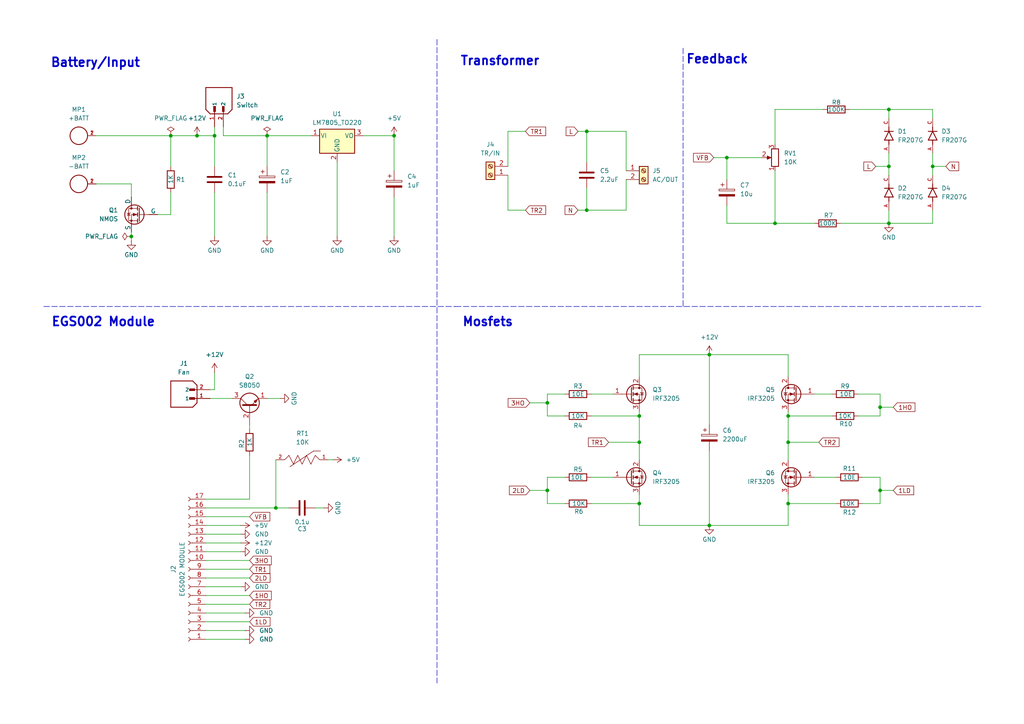
<source format=kicad_sch>
(kicad_sch (version 20250114) (generator "eeschema") (generator_version "9.0")
  (paper "A4")
  (title_block (title "Sine Wave Inverter with EGS002") (date "2024-10-20") (company "Muhammad Hammad ur Rehman"))
  (lib_symbols
    (symbol "B2B-XH-A__LF__SN_:B2B-XH-A__LF__SN_" (pin_names (offset 1.016))
      (property "Reference" "J" (at -2.54 6.35 0))
      (property "Value" "B2B-XH-A__LF__SN_" (at -2.54 -5.08 0))
      (symbol "B2B-XH-A__LF__SN__0_0"
        (pin passive line (at -7.62 2.54 0) (length 5.08) (name "1") (number "1"))
        (pin passive line (at -7.62 0 0) (length 5.08) (name "2") (number "2"))
      )
    )
    (symbol "Connector:Conn_01x17_Socket" (pin_names (offset 1.016) (hide yes))
      (property "Reference" "J" (at 0 22.86 0))
      (property "Value" "Conn_01x17_Socket" (at 0 -22.86 0))
      (symbol "Conn_01x17_Socket_1_1"
        (pin passive line (at -5.08 20.32 0) (length 3.81) (name "Pin_1") (number "1"))
        (pin passive line (at -5.08 17.78 0) (length 3.81) (name "Pin_2") (number "2"))
        (pin passive line (at -5.08 15.24 0) (length 3.81) (name "Pin_3") (number "3"))
        (pin passive line (at -5.08 12.7 0) (length 3.81) (name "Pin_4") (number "4"))
        (pin passive line (at -5.08 10.16 0) (length 3.81) (name "Pin_5") (number "5"))
        (pin passive line (at -5.08 7.62 0) (length 3.81) (name "Pin_6") (number "6"))
        (pin passive line (at -5.08 5.08 0) (length 3.81) (name "Pin_7") (number "7"))
        (pin passive line (at -5.08 2.54 0) (length 3.81) (name "Pin_8") (number "8"))
        (pin passive line (at -5.08 0 0) (length 3.81) (name "Pin_9") (number "9"))
        (pin passive line (at -5.08 -2.54 0) (length 3.81) (name "Pin_10") (number "10"))
        (pin passive line (at -5.08 -5.08 0) (length 3.81) (name "Pin_11") (number "11"))
        (pin passive line (at -5.08 -7.62 0) (length 3.81) (name "Pin_12") (number "12"))
        (pin passive line (at -5.08 -10.16 0) (length 3.81) (name "Pin_13") (number "13"))
        (pin passive line (at -5.08 -12.7 0) (length 3.81) (name "Pin_14") (number "14"))
        (pin passive line (at -5.08 -15.24 0) (length 3.81) (name "Pin_15") (number "15"))
        (pin passive line (at -5.08 -17.78 0) (length 3.81) (name "Pin_16") (number "16"))
        (pin passive line (at -5.08 -20.32 0) (length 3.81) (name "Pin_17") (number "17"))
      )
    )
    (symbol "Connector:Screw_Terminal_01x02" (pin_names (offset 1.016) (hide yes))
      (property "Reference" "J" (at 0 2.54 0))
      (property "Value" "Screw_Terminal_01x02" (at 0 -5.08 0))
      (symbol "Screw_Terminal_01x02_1_1"
        (pin passive line (at -5.08 0 0) (length 3.81) (name "Pin_1") (number "1"))
        (pin passive line (at -5.08 -2.54 0) (length 3.81) (name "Pin_2") (number "2"))
      )
    )
    (symbol "Device:C" (pin_numbers (hide yes)) (pin_names (offset 0.254))
      (property "Reference" "C" (at 0.635 2.54 0))
      (property "Value" "C" (at 0.635 -2.54 0))
      (symbol "C_1_1"
        (pin passive line (at 0 3.81 270) (length 2.794) (name "~") (number "1"))
        (pin passive line (at 0 -3.81 90) (length 2.794) (name "~") (number "2"))
      )
    )
    (symbol "Device:C_Polarized" (pin_numbers (hide yes)) (pin_names (offset 0.254))
      (property "Reference" "C" (at 0.635 2.54 0))
      (property "Value" "C_Polarized" (at 0.635 -2.54 0))
      (symbol "C_Polarized_1_1"
        (pin passive line (at 0 3.81 270) (length 2.794) (name "~") (number "1"))
        (pin passive line (at 0 -3.81 90) (length 2.794) (name "~") (number "2"))
      )
    )
    (symbol "Device:R" (pin_numbers (hide yes)) (pin_names (offset 0))
      (property "Reference" "R" (at 2.032 0 90))
      (property "Value" "R" (at 0 0 90))
      (symbol "R_1_1"
        (pin passive line (at 0 3.81 270) (length 1.27) (name "~") (number "1"))
        (pin passive line (at 0 -3.81 90) (length 1.27) (name "~") (number "2"))
      )
    )
    (symbol "Device:R_Potentiometer" (pin_names (offset 1.016) (hide yes))
      (property "Reference" "RV" (at -4.445 0 90))
      (property "Value" "R_Potentiometer" (at -2.54 0 90))
      (symbol "R_Potentiometer_1_1"
        (pin passive line (at 0 3.81 270) (length 1.27) (name "1") (number "1"))
        (pin passive line (at 0 -3.81 90) (length 1.27) (name "3") (number "3"))
        (pin passive line (at 3.81 0 180) (length 1.27) (name "2") (number "2"))
      )
    )
    (symbol "FR207G:FR207G" (pin_names (offset 1.016))
      (property "Reference" "D" (at -5.08 2.54 0))
      (property "Value" "FR207G" (at -5.08 -3.81 0))
      (symbol "FR207G_0_0"
        (pin passive line (at -5.08 0 0) (length 2.54) (name "~") (number "A"))
        (pin passive line (at 5.08 0 180) (length 2.54) (name "~") (number "C"))
      )
    )
    (symbol "NXRT15WB333JA3A016:NXRT15WB333JA3A016" (pin_names (offset 1.016))
      (property "Reference" "RT" (at -5.091 2.5455 0))
      (property "Value" "NXRT15WB333JA3A016" (at -5.098 -5.098 0))
      (symbol "NXRT15WB333JA3A016_0_0"
        (pin passive line (at -7.62 0 0) (length 2.54) (name "~") (number "1"))
        (pin passive line (at 7.62 0 180) (length 2.54) (name "~") (number "2"))
      )
    )
    (symbol "Regulator_Linear:LM7805_TO220" (pin_names (offset 0.254))
      (property "Reference" "U" (at -3.81 3.175 0))
      (property "Value" "LM7805_TO220" (at 0 3.175 0))
      (symbol "LM7805_TO220_1_1"
        (pin power_in line (at -7.62 0 0) (length 2.54) (name "VI") (number "1"))
        (pin power_in line (at 0 -7.62 90) (length 2.54) (name "GND") (number "2"))
        (pin power_out line (at 7.62 0 180) (length 2.54) (name "VO") (number "3"))
      )
    )
    (symbol "Simulation_SPICE:NMOS" (pin_numbers (hide yes)) (pin_names (offset 0))
      (property "Reference" "Q" (at 5.08 1.27 0))
      (property "Value" "NMOS" (at 5.08 -1.27 0))
      (symbol "NMOS_1_1"
        (pin input line (at -5.08 0 0) (length 2.54) (name "G") (number "2"))
        (pin passive line (at 2.54 5.08 270) (length 2.54) (name "D") (number "1"))
        (pin passive line (at 2.54 -5.08 90) (length 2.54) (name "S") (number "3"))
      )
    )
    (symbol "Transistor_BJT:S8050" (pin_names (offset 0) (hide yes))
      (property "Reference" "Q" (at 5.08 1.905 0))
      (property "Value" "S8050" (at 5.08 0 0))
      (symbol "S8050_1_1"
        (pin input line (at -5.08 0 0) (length 5.08) (name "B") (number "2"))
        (pin passive line (at 2.54 5.08 270) (length 2.54) (name "C") (number "3"))
        (pin passive line (at 2.54 -5.08 90) (length 2.54) (name "E") (number "1"))
      )
    )
    (symbol "Transistor_FET:IRF3205" (pin_names (hide yes))
      (property "Reference" "Q" (at 5.08 1.905 0))
      (property "Value" "IRF3205" (at 5.08 0 0))
      (symbol "IRF3205_1_1"
        (pin input line (at -5.08 0 0) (length 2.54) (name "G") (number "1"))
        (pin passive line (at 2.54 5.08 270) (length 2.54) (name "D") (number "2"))
        (pin passive line (at 2.54 -5.08 90) (length 2.54) (name "S") (number "3"))
      )
    )
    (symbol "WA-MTAB:WA-MTAB" (pin_names (offset 1.016))
      (property "Reference" "MP" (at 0 3.556 0))
      (symbol "WA-MTAB_0_0"
        (pin passive line (at -5.08 0 0) (length 2.54) (name "~") (number "1"))
        (pin passive line (at -5.08 0 0) (length 2.54) (name "~") (number "2"))
      )
    )
    (symbol "power:+12V" (power) (pin_numbers (hide yes)) (pin_names (offset 0) (hide yes))
      (property "Value" "+12V" (at 0 3.556 0))
      (symbol "+12V_1_1"
        (pin power_in line (at 0 0 90) (length 0) (name "~") (number "1"))
      )
    )
    (symbol "power:+5V" (power) (pin_numbers (hide yes)) (pin_names (offset 0) (hide yes))
      (property "Value" "+5V" (at 0 3.556 0))
      (symbol "+5V_1_1"
        (pin power_in line (at 0 0 90) (length 0) (name "~") (number "1"))
      )
    )
    (symbol "power:GND" (power) (pin_numbers (hide yes)) (pin_names (offset 0) (hide yes))
      (property "Value" "GND" (at 0 -3.81 0))
      (symbol "GND_1_1"
        (pin power_in line (at 0 0 270) (length 0) (name "~") (number "1"))
      )
    )
    (symbol "power:PWR_FLAG" (power) (pin_numbers (hide yes)) (pin_names (offset 0) (hide yes))
      (property "Value" "PWR_FLAG" (at 0 3.81 0))
      (symbol "PWR_FLAG_0_0"
        (pin power_out line (at 0 0 90) (length 0) (name "~") (number "1"))
      )
    )
  )
  (text "Battery/Input" (at 27.686 18.288 0) (effects (font (size 2.54 2.54) (thickness 0.508) (bold yes))))
  (text "EGS002 Module" (at 29.972 93.472 0) (effects (font (size 2.54 2.54) (thickness 0.508) (bold yes))))
  (text "Transformer" (at 145.034 17.78 0) (effects (font (size 2.54 2.54) (thickness 0.508) (bold yes))))
  (text "Feedback" (at 208.026 17.272 0) (effects (font (size 2.54 2.54) (thickness 0.508) (bold yes))))
  (text "Mosfets" (at 141.478 93.472 0) (effects (font (size 2.54 2.54) (thickness 0.508) (bold yes))))
  (junction (at 228.6 128.27))
  (junction (at 170.18 38.1))
  (junction (at 185.42 128.27))
  (junction (at 185.42 120.65))
  (junction (at 62.23 39.37))
  (junction (at 49.53 39.37))
  (junction (at 255.27 142.24))
  (junction (at 57.15 39.37))
  (junction (at 255.27 118.11))
  (junction (at 158.75 142.24))
  (junction (at 270.51 48.26))
  (junction (at 170.18 60.96))
  (junction (at 257.81 64.77))
  (junction (at 257.81 31.75))
  (junction (at 257.81 48.26))
  (junction (at 77.47 39.37))
  (junction (at 185.42 146.05))
  (junction (at 205.74 102.87))
  (junction (at 224.79 64.77))
  (junction (at 80.01 147.32))
  (junction (at 158.75 116.84))
  (junction (at 228.6 120.65))
  (junction (at 228.6 146.05))
  (junction (at 210.82 45.72))
  (junction (at 205.74 152.4))
  (junction (at 114.3 39.37))
  (junction (at 38.1 68.58))
  (wire (pts (xy 59.69 180.34) (xy 72.39 180.34)))
  (wire (pts (xy 62.23 55.88) (xy 62.23 68.58)))
  (wire (pts (xy 59.69 157.48) (xy 69.85 157.48)))
  (wire (pts (xy 224.79 31.75) (xy 224.79 41.91)))
  (wire (pts (xy 163.83 120.65) (xy 158.75 120.65)))
  (wire (pts (xy 257.81 31.75) (xy 257.81 34.29)))
  (wire (pts (xy 38.1 53.34) (xy 27.94 53.34)))
  (wire (pts (xy 228.6 120.65) (xy 228.6 128.27)))
  (wire (pts (xy 237.49 128.27) (xy 228.6 128.27)))
  (wire (pts (xy 228.6 102.87) (xy 228.6 109.22)))
  (wire (pts (xy 59.69 182.88) (xy 71.12 182.88)))
  (wire (pts (xy 59.69 165.1) (xy 72.39 165.1)))
  (wire (pts (xy 91.44 147.32) (xy 93.98 147.32)))
  (wire (pts (xy 236.22 114.3) (xy 241.3 114.3)))
  (wire (pts (xy 270.51 60.96) (xy 270.51 64.77)))
  (wire (pts (xy 49.53 62.23) (xy 49.53 55.88)))
  (wire (pts (xy 147.32 48.26) (xy 147.32 38.1)))
  (wire (pts (xy 228.6 128.27) (xy 228.6 133.35)))
  (wire (pts (xy 171.45 114.3) (xy 177.8 114.3)))
  (wire (pts (xy 59.69 177.8) (xy 71.12 177.8)))
  (wire (pts (xy 181.61 52.07) (xy 181.61 60.96)))
  (wire (pts (xy 59.69 162.56) (xy 72.39 162.56)))
  (wire (pts (xy 210.82 64.77) (xy 224.79 64.77)))
  (wire (pts (xy 228.6 120.65) (xy 241.3 120.65)))
  (wire (pts (xy 59.69 147.32) (xy 80.01 147.32)))
  (wire (pts (xy 114.3 49.53) (xy 114.3 39.37)))
  (wire (pts (xy 185.42 152.4) (xy 185.42 146.05)))
  (wire (pts (xy 205.74 102.87) (xy 228.6 102.87)))
  (wire (pts (xy 147.32 60.96) (xy 152.4 60.96)))
  (wire (pts (xy 170.18 38.1) (xy 170.18 46.99)))
  (wire (pts (xy 59.69 170.18) (xy 69.85 170.18)))
  (wire (pts (xy 185.42 102.87) (xy 205.74 102.87)))
  (wire (pts (xy 259.08 142.24) (xy 255.27 142.24)))
  (wire (pts (xy 255.27 142.24) (xy 255.27 138.43)))
  (wire (pts (xy 255.27 114.3) (xy 248.92 114.3)))
  (wire (pts (xy 163.83 146.05) (xy 158.75 146.05)))
  (wire (pts (xy 259.08 118.11) (xy 255.27 118.11)))
  (wire (pts (xy 210.82 59.69) (xy 210.82 64.77)))
  (wire (pts (xy 72.39 123.19) (xy 72.39 124.46)))
  (wire (pts (xy 38.1 69.85) (xy 38.1 68.58)))
  (wire (pts (xy 236.22 138.43) (xy 242.57 138.43)))
  (wire (pts (xy 185.42 109.22) (xy 185.42 102.87)))
  (wire (pts (xy 228.6 119.38) (xy 228.6 120.65)))
  (wire (pts (xy 255.27 138.43) (xy 250.19 138.43)))
  (wire (pts (xy 62.23 36.83) (xy 62.23 39.37)))
  (wire (pts (xy 59.69 185.42) (xy 71.12 185.42)))
  (wire (pts (xy 270.51 48.26) (xy 270.51 50.8)))
  (wire (pts (xy 257.81 48.26) (xy 257.81 50.8)))
  (polyline (pts (xy 132.08 88.9) (xy 284.48 88.9)) (stroke (width 0) (type dash)))
  (wire (pts (xy 171.45 146.05) (xy 185.42 146.05)))
  (wire (pts (xy 80.01 147.32) (xy 83.82 147.32)))
  (wire (pts (xy 254 48.26) (xy 257.81 48.26)))
  (wire (pts (xy 210.82 45.72) (xy 220.98 45.72)))
  (wire (pts (xy 77.47 55.88) (xy 77.47 68.58)))
  (wire (pts (xy 170.18 54.61) (xy 170.18 60.96)))
  (wire (pts (xy 205.74 152.4) (xy 185.42 152.4)))
  (wire (pts (xy 246.38 31.75) (xy 257.81 31.75)))
  (wire (pts (xy 72.39 132.08) (xy 72.39 144.78)))
  (wire (pts (xy 185.42 119.38) (xy 185.42 120.65)))
  (wire (pts (xy 185.42 133.35) (xy 185.42 128.27)))
  (polyline (pts (xy 126.746 11.43) (xy 126.746 198.12)) (stroke (width 0) (type dash)))
  (wire (pts (xy 257.81 44.45) (xy 257.81 48.26)))
  (wire (pts (xy 171.45 120.65) (xy 185.42 120.65)))
  (wire (pts (xy 181.61 38.1) (xy 170.18 38.1)))
  (wire (pts (xy 176.53 128.27) (xy 185.42 128.27)))
  (wire (pts (xy 77.47 115.57) (xy 81.28 115.57)))
  (wire (pts (xy 228.6 146.05) (xy 242.57 146.05)))
  (wire (pts (xy 69.85 154.94) (xy 59.69 154.94)))
  (wire (pts (xy 270.51 64.77) (xy 257.81 64.77)))
  (wire (pts (xy 205.74 102.87) (xy 205.74 123.19)))
  (wire (pts (xy 62.23 107.95) (xy 62.23 113.03)))
  (wire (pts (xy 205.74 130.81) (xy 205.74 152.4)))
  (wire (pts (xy 255.27 118.11) (xy 255.27 114.3)))
  (wire (pts (xy 59.69 175.26) (xy 72.39 175.26)))
  (wire (pts (xy 205.74 152.4) (xy 228.6 152.4)))
  (wire (pts (xy 158.75 138.43) (xy 163.83 138.43)))
  (wire (pts (xy 147.32 50.8) (xy 147.32 60.96)))
  (wire (pts (xy 228.6 152.4) (xy 228.6 146.05)))
  (wire (pts (xy 27.94 39.37) (xy 49.53 39.37)))
  (wire (pts (xy 95.25 133.35) (xy 96.52 133.35)))
  (wire (pts (xy 153.67 116.84) (xy 158.75 116.84)))
  (wire (pts (xy 62.23 39.37) (xy 57.15 39.37)))
  (wire (pts (xy 270.51 44.45) (xy 270.51 48.26)))
  (wire (pts (xy 72.39 144.78) (xy 59.69 144.78)))
  (wire (pts (xy 158.75 116.84) (xy 158.75 114.3)))
  (wire (pts (xy 80.01 133.35) (xy 80.01 147.32)))
  (wire (pts (xy 243.84 64.77) (xy 257.81 64.77)))
  (wire (pts (xy 158.75 146.05) (xy 158.75 142.24)))
  (wire (pts (xy 270.51 34.29) (xy 270.51 31.75)))
  (wire (pts (xy 170.18 60.96) (xy 167.64 60.96)))
  (wire (pts (xy 171.45 138.43) (xy 177.8 138.43)))
  (wire (pts (xy 181.61 49.53) (xy 181.61 38.1)))
  (wire (pts (xy 38.1 68.58) (xy 38.1 67.31)))
  (wire (pts (xy 77.47 39.37) (xy 64.77 39.37)))
  (wire (pts (xy 257.81 60.96) (xy 257.81 64.77)))
  (wire (pts (xy 60.96 113.03) (xy 62.23 113.03)))
  (wire (pts (xy 224.79 64.77) (xy 236.22 64.77)))
  (wire (pts (xy 114.3 39.37) (xy 105.41 39.37)))
  (wire (pts (xy 59.69 152.4) (xy 69.85 152.4)))
  (wire (pts (xy 274.32 48.26) (xy 270.51 48.26)))
  (wire (pts (xy 59.69 167.64) (xy 72.39 167.64)))
  (wire (pts (xy 255.27 120.65) (xy 255.27 118.11)))
  (wire (pts (xy 158.75 114.3) (xy 163.83 114.3)))
  (wire (pts (xy 77.47 39.37) (xy 90.17 39.37)))
  (wire (pts (xy 153.67 142.24) (xy 158.75 142.24)))
  (polyline (pts (xy 12.7 88.9) (xy 132.08 88.9)) (stroke (width 0) (type dash)))
  (wire (pts (xy 170.18 38.1) (xy 167.64 38.1)))
  (wire (pts (xy 255.27 146.05) (xy 255.27 142.24)))
  (wire (pts (xy 158.75 120.65) (xy 158.75 116.84)))
  (wire (pts (xy 224.79 49.53) (xy 224.79 64.77)))
  (wire (pts (xy 77.47 48.26) (xy 77.47 39.37)))
  (wire (pts (xy 248.92 120.65) (xy 255.27 120.65)))
  (wire (pts (xy 228.6 143.51) (xy 228.6 146.05)))
  (wire (pts (xy 62.23 39.37) (xy 62.23 48.26)))
  (wire (pts (xy 72.39 149.86) (xy 59.69 149.86)))
  (wire (pts (xy 147.32 38.1) (xy 152.4 38.1)))
  (wire (pts (xy 238.76 31.75) (xy 224.79 31.75)))
  (wire (pts (xy 210.82 45.72) (xy 210.82 52.07)))
  (wire (pts (xy 250.19 146.05) (xy 255.27 146.05)))
  (wire (pts (xy 114.3 57.15) (xy 114.3 68.58)))
  (wire (pts (xy 185.42 120.65) (xy 185.42 128.27)))
  (wire (pts (xy 270.51 31.75) (xy 257.81 31.75)))
  (wire (pts (xy 185.42 143.51) (xy 185.42 146.05)))
  (wire (pts (xy 64.77 39.37) (xy 64.77 36.83)))
  (wire (pts (xy 59.69 160.02) (xy 69.85 160.02)))
  (wire (pts (xy 207.01 45.72) (xy 210.82 45.72)))
  (wire (pts (xy 49.53 48.26) (xy 49.53 39.37)))
  (wire (pts (xy 97.79 46.99) (xy 97.79 68.58)))
  (wire (pts (xy 59.69 172.72) (xy 72.39 172.72)))
  (wire (pts (xy 38.1 57.15) (xy 38.1 53.34)))
  (wire (pts (xy 181.61 60.96) (xy 170.18 60.96)))
  (wire (pts (xy 45.72 62.23) (xy 49.53 62.23)))
  (polyline (pts (xy 198.12 13.97) (xy 198.12 88.9)) (stroke (width 0) (type dash)))
  (wire (pts (xy 158.75 142.24) (xy 158.75 138.43)))
  (wire (pts (xy 60.96 115.57) (xy 67.31 115.57)))
  (wire (pts (xy 57.15 39.37) (xy 49.53 39.37)))
  (global_label "1LD" (shape input) (at 259.08 142.24 0) (property "Intersheetrefs" "${INTERSHEET_REFS}" (effects (hide yes))))
  (global_label "1LD" (shape input) (at 72.39 180.34 0) (property "Intersheetrefs" "${INTERSHEET_REFS}" (effects (hide yes))))
  (global_label "TR1" (shape input) (at 72.39 165.1 0) (property "Intersheetrefs" "${INTERSHEET_REFS}" (effects (hide yes))))
  (global_label "TR2" (shape input) (at 237.49 128.27 0) (property "Intersheetrefs" "${INTERSHEET_REFS}" (effects (hide yes))))
  (global_label "TR1" (shape input) (at 152.4 38.1 0) (property "Intersheetrefs" "${INTERSHEET_REFS}" (effects (hide yes))))
  (global_label "L" (shape input) (at 167.64 38.1 180) (property "Intersheetrefs" "${INTERSHEET_REFS}" (effects (hide yes))))
  (global_label "VFB" (shape input) (at 72.39 149.86 0) (property "Intersheetrefs" "${INTERSHEET_REFS}" (effects (hide yes))))
  (global_label "2LD" (shape input) (at 72.39 167.64 0) (property "Intersheetrefs" "${INTERSHEET_REFS}" (effects (hide yes))))
  (global_label "3HO" (shape input) (at 153.67 116.84 180) (property "Intersheetrefs" "${INTERSHEET_REFS}" (effects (hide yes))))
  (global_label "TR2" (shape input) (at 72.39 175.26 0) (property "Intersheetrefs" "${INTERSHEET_REFS}" (effects (hide yes))))
  (global_label "VFB" (shape input) (at 207.01 45.72 180) (property "Intersheetrefs" "${INTERSHEET_REFS}" (effects (hide yes))))
  (global_label "1HO" (shape input) (at 259.08 118.11 0) (property "Intersheetrefs" "${INTERSHEET_REFS}" (effects (hide yes))))
  (global_label "N" (shape input) (at 167.64 60.96 180) (property "Intersheetrefs" "${INTERSHEET_REFS}" (effects (hide yes))))
  (global_label "N" (shape input) (at 274.32 48.26 0) (property "Intersheetrefs" "${INTERSHEET_REFS}" (effects (hide yes))))
  (global_label "TR1" (shape input) (at 176.53 128.27 180) (property "Intersheetrefs" "${INTERSHEET_REFS}" (effects (hide yes))))
  (global_label "3HO" (shape input) (at 72.39 162.56 0) (property "Intersheetrefs" "${INTERSHEET_REFS}" (effects (hide yes))))
  (global_label "L" (shape input) (at 254 48.26 180) (property "Intersheetrefs" "${INTERSHEET_REFS}" (effects (hide yes))))
  (global_label "1HO" (shape input) (at 72.39 172.72 0) (property "Intersheetrefs" "${INTERSHEET_REFS}" (effects (hide yes))))
  (global_label "TR2" (shape input) (at 152.4 60.96 0) (property "Intersheetrefs" "${INTERSHEET_REFS}" (effects (hide yes))))
  (global_label "2LD" (shape input) (at 153.67 142.24 180) (property "Intersheetrefs" "${INTERSHEET_REFS}" (effects (hide yes))))
  (symbol (lib_id "power:GND") (at 114.3 68.58 0) (unit 1)
    (property "Reference" "#PWR019" (effects (hide yes)))
    (property "Value" "GND" (at 114.3 72.644 0))
    (property "Description" "Power symbol creates a global label with name \"GND\" , ground" (effects (hide yes)))
  )
  (symbol (lib_id "power:GND") (at 69.85 170.18 90) (unit 1)
    (property "Reference" "#PWR09" (effects (hide yes)))
    (property "Value" "GND" (at 75.946 170.18 90))
    (property "Description" "Power symbol creates a global label with name \"GND\" , ground" (effects (hide yes)))
  )
  (symbol (lib_id "power:+12V") (at 69.85 157.48 270) (unit 1)
    (property "Reference" "#PWR07" (effects (hide yes)))
    (property "Value" "+12V" (at 73.66 157.4799 90) (effects (justify left)))
    (property "Description" "Power symbol creates a global label with name \"+12V\"" (effects (hide yes)))
  )
  (symbol (lib_id "Device:C") (at 170.18 50.8 0) (unit 1)
    (property "Reference" "C5" (at 173.99 49.5299 0) (effects (justify left)))
    (property "Value" "2.2uF" (at 173.99 52.0699 0) (effects (justify left)))
    (property "Footprint" "Capacitor_THT:C_Rect_L16.5mm_W6.0mm_P15.00mm_MKT" (effects (hide yes)))
    (property "Description" "Unpolarized capacitor" (effects (hide yes)))
  )
  (symbol (lib_id "Device:R") (at 242.57 31.75 270) (unit 1)
    (property "Reference" "R8" (at 242.57 29.718 90))
    (property "Value" "100K" (at 242.57 31.75 90))
    (property "Footprint" "Resistor_THT:R_Axial_DIN0207_L6.3mm_D2.5mm_P7.62mm_Horizontal" (effects (hide yes)))
    (property "Description" "Resistor" (effects (hide yes)))
  )
  (symbol (lib_id "Device:C_Polarized") (at 77.47 52.07 0) (unit 1)
    (property "Reference" "C2" (at 81.28 49.9109 0) (effects (justify left)))
    (property "Value" "1uF" (at 81.28 52.4509 0) (effects (justify left)))
    (property "Footprint" "Capacitor_THT:CP_Radial_D5.0mm_P2.50mm" (effects (hide yes)))
    (property "Description" "Polarized capacitor" (effects (hide yes)))
  )
  (symbol (lib_id "power:+5V") (at 69.85 152.4 270) (unit 1)
    (property "Reference" "#PWR05" (effects (hide yes)))
    (property "Value" "+5V" (at 73.66 152.3999 90) (effects (justify left)))
    (property "Description" "Power symbol creates a global label with name \"+5V\"" (effects (hide yes)))
  )
  (symbol (lib_id "Device:R") (at 246.38 138.43 90) (unit 1)
    (property "Reference" "R11" (at 246.38 135.89 90))
    (property "Value" "10E" (at 246.38 138.43 90))
    (property "Footprint" "Resistor_THT:R_Axial_DIN0207_L6.3mm_D2.5mm_P7.62mm_Horizontal" (effects (hide yes)))
    (property "Description" "Resistor" (effects (hide yes)))
  )
  (symbol (lib_id "B2B-XH-A__LF__SN_:B2B-XH-A__LF__SN_") (at 53.34 113.03 180) (unit 1)
    (property "Reference" "J1" (at 53.34 105.41 0))
    (property "Value" "Fan" (at 53.34 107.95 0))
    (property "Footprint" "B2B-XH-A__LF__SN_:JST_B2B-XH-A__LF__SN_" (effects (hide yes)))
    (property "MF" "JST Sales" (effects (hide yes)))
    (property "MAXIMUM_PACKAGE_HEIGHT" "7 mm" (effects (hide yes)))
    (property "Package" "None" (effects (hide yes)))
    (property "Price" "None" (effects (hide yes)))
    (property "Check_prices" "https://www.snapeda.com/parts/B2B-XH-A%20(LF)(SN)/JST+Sales+America+Inc./view-part/?ref=eda" (effects (hide yes)))
    (property "STANDARD" "Manufacturer Recommendations" (effects (hide yes)))
    (property "PARTREV" "N/A" (effects (hide yes)))
    (property "SnapEDA_Link" "https://www.snapeda.com/parts/B2B-XH-A%20(LF)(SN)/JST+Sales+America+Inc./view-part/?ref=snap" (effects (hide yes)))
    (property "MP" "B2B-XH-A (LF)(SN)" (effects (hide yes)))
    (property "Purchase-URL" "https://www.snapeda.com/api/url_track_click_mouser/?unipart_id=1904846&manufacturer=JST Sales&part_name=B2B-XH-A (LF)(SN)&search_term=b2b-xh-a_lf__sn_" (effects (hide yes)))
    (property "Description_1" "\nConnector Header Through Hole 2 position 0.098 (2.50mm)\n" (effects (hide yes)))
    (property "MANUFACTURER" "JST Sales America Inc." (effects (hide yes)))
    (property "Availability" "In Stock" (effects (hide yes)))
    (property "SNAPEDA_PN" "B2B-XH-A (LF)(SN)" (effects (hide yes)))
  )
  (symbol (lib_id "Device:R") (at 49.53 52.07 0) (unit 1)
    (property "Reference" "R1" (at 51.054 52.07 0) (effects (justify left)))
    (property "Value" "1K" (at 49.53 53.34 90) (effects (justify left)))
    (property "Footprint" "Resistor_THT:R_Axial_DIN0207_L6.3mm_D2.5mm_P7.62mm_Horizontal" (effects (hide yes)))
    (property "Description" "Resistor" (effects (hide yes)))
  )
  (symbol (lib_id "power:+12V") (at 62.23 107.95 0) (unit 1)
    (property "Reference" "#PWR04" (effects (hide yes)))
    (property "Value" "+12V" (at 62.23 102.87 0))
    (property "Description" "Power symbol creates a global label with name \"+12V\"" (effects (hide yes)))
  )
  (symbol (lib_id "Device:R") (at 167.64 146.05 90) (unit 1)
    (property "Reference" "R6" (at 167.894 148.336 90))
    (property "Value" "10K" (at 167.894 146.05 90))
    (property "Footprint" "Resistor_THT:R_Axial_DIN0207_L6.3mm_D2.5mm_P7.62mm_Horizontal" (effects (hide yes)))
    (property "Description" "Resistor" (effects (hide yes)))
  )
  (symbol (lib_id "FR207G:FR207G") (at 257.81 39.37 90) (unit 1)
    (property "Reference" "D1" (at 260.35 38.0999 90) (effects (justify right)))
    (property "Value" "FR207G" (at 260.35 40.6399 90) (effects (justify right)))
    (property "Footprint" "FR207G:DIOAD1300W80L670D310" (effects (hide yes)))
    (property "MF" "Taiwan Semiconductor" (effects (hide yes)))
    (property "MAXIMUM_PACKAGE_HEIGHT" "3.6 mm" (effects (hide yes)))
    (property "Package" "DO-15 Taiwan Semiconductor" (effects (hide yes)))
    (property "Price" "None" (effects (hide yes)))
    (property "Check_prices" "https://www.snapeda.com/parts/FR207G/Taiwan+Semiconductor/view-part/?ref=eda" (effects (hide yes)))
    (property "STANDARD" "IPC-7351B" (effects (hide yes)))
    (property "PARTREV" "F2105" (effects (hide yes)))
    (property "SnapEDA_Link" "https://www.snapeda.com/parts/FR207G/Taiwan+Semiconductor/view-part/?ref=snap" (effects (hide yes)))
    (property "MP" "FR207G" (effects (hide yes)))
    (property "Purchase-URL" "https://www.snapeda.com/api/url_track_click_mouser/?unipart_id=778169&manufacturer=Taiwan Semiconductor&part_name=FR207G&search_term=fr207 diode" (effects (hide yes)))
    (property "Description_1" "\n500ns, 2A, 1000V, Fast Recovery Rectifier\n" (effects (hide yes)))
    (property "Availability" "In Stock" (effects (hide yes)))
    (property "MANUFACTURER" "Taiwan Semiconductor" (effects (hide yes)))
  )
  (symbol (lib_id "Connector:Conn_01x17_Socket") (at 54.61 165.1 180) (unit 1)
    (property "Reference" "J2" (at 50.292 165.1 90))
    (property "Value" "EGS002 MODULE" (at 52.832 165.1 90))
    (property "Footprint" "Connector_PinSocket_2.54mm:PinSocket_1x17_P2.54mm_Vertical" (effects (hide yes)))
    (property "Description" "Generic connector, single row, 01x17, script generated" (effects (hide yes)))
  )
  (symbol (lib_id "FR207G:FR207G") (at 270.51 55.88 90) (unit 1)
    (property "Reference" "D4" (at 273.05 54.6099 90) (effects (justify right)))
    (property "Value" "FR207G" (at 273.05 57.1499 90) (effects (justify right)))
    (property "Footprint" "FR207G:DIOAD1300W80L670D310" (effects (hide yes)))
    (property "MF" "Taiwan Semiconductor" (effects (hide yes)))
    (property "MAXIMUM_PACKAGE_HEIGHT" "3.6 mm" (effects (hide yes)))
    (property "Package" "DO-15 Taiwan Semiconductor" (effects (hide yes)))
    (property "Price" "None" (effects (hide yes)))
    (property "Check_prices" "https://www.snapeda.com/parts/FR207G/Taiwan+Semiconductor/view-part/?ref=eda" (effects (hide yes)))
    (property "STANDARD" "IPC-7351B" (effects (hide yes)))
    (property "PARTREV" "F2105" (effects (hide yes)))
    (property "SnapEDA_Link" "https://www.snapeda.com/parts/FR207G/Taiwan+Semiconductor/view-part/?ref=snap" (effects (hide yes)))
    (property "MP" "FR207G" (effects (hide yes)))
    (property "Purchase-URL" "https://www.snapeda.com/api/url_track_click_mouser/?unipart_id=778169&manufacturer=Taiwan Semiconductor&part_name=FR207G&search_term=fr207 diode" (effects (hide yes)))
    (property "Description_1" "\n500ns, 2A, 1000V, Fast Recovery Rectifier\n" (effects (hide yes)))
    (property "Availability" "In Stock" (effects (hide yes)))
    (property "MANUFACTURER" "Taiwan Semiconductor" (effects (hide yes)))
  )
  (symbol (lib_id "power:GND") (at 71.12 185.42 90) (unit 1)
    (property "Reference" "#PWR012" (effects (hide yes)))
    (property "Value" "GND" (at 77.216 185.42 90))
    (property "Description" "Power symbol creates a global label with name \"GND\" , ground" (effects (hide yes)))
  )
  (symbol (lib_id "FR207G:FR207G") (at 270.51 39.37 90) (unit 1)
    (property "Reference" "D3" (at 273.05 38.0999 90) (effects (justify right)))
    (property "Value" "FR207G" (at 273.05 40.6399 90) (effects (justify right)))
    (property "Footprint" "FR207G:DIOAD1300W80L670D310" (effects (hide yes)))
    (property "MF" "Taiwan Semiconductor" (effects (hide yes)))
    (property "MAXIMUM_PACKAGE_HEIGHT" "3.6 mm" (effects (hide yes)))
    (property "Package" "DO-15 Taiwan Semiconductor" (effects (hide yes)))
    (property "Price" "None" (effects (hide yes)))
    (property "Check_prices" "https://www.snapeda.com/parts/FR207G/Taiwan+Semiconductor/view-part/?ref=eda" (effects (hide yes)))
    (property "STANDARD" "IPC-7351B" (effects (hide yes)))
    (property "PARTREV" "F2105" (effects (hide yes)))
    (property "SnapEDA_Link" "https://www.snapeda.com/parts/FR207G/Taiwan+Semiconductor/view-part/?ref=snap" (effects (hide yes)))
    (property "MP" "FR207G" (effects (hide yes)))
    (property "Purchase-URL" "https://www.snapeda.com/api/url_track_click_mouser/?unipart_id=778169&manufacturer=Taiwan Semiconductor&part_name=FR207G&search_term=fr207 diode" (effects (hide yes)))
    (property "Description_1" "\n500ns, 2A, 1000V, Fast Recovery Rectifier\n" (effects (hide yes)))
    (property "Availability" "In Stock" (effects (hide yes)))
    (property "MANUFACTURER" "Taiwan Semiconductor" (effects (hide yes)))
  )
  (symbol (lib_id "Device:C") (at 62.23 52.07 0) (unit 1)
    (property "Reference" "C1" (at 66.04 50.7999 0) (effects (justify left)))
    (property "Value" "0.1uF" (at 66.04 53.3399 0) (effects (justify left)))
    (property "Footprint" "Capacitor_THT:C_Disc_D4.3mm_W1.9mm_P5.00mm" (effects (hide yes)))
    (property "Description" "Unpolarized capacitor" (effects (hide yes)))
  )
  (symbol (lib_id "Connector:Screw_Terminal_01x02") (at 142.24 50.8 180) (unit 1)
    (property "Reference" "J4" (at 142.24 41.91 0))
    (property "Value" "TR/IN" (at 142.24 44.45 0))
    (property "Footprint" "TerminalBlock:TerminalBlock_bornier-2_P5.08mm" (effects (hide yes)))
    (property "Description" "Generic screw terminal, single row, 01x02, script generated (kicad-library-utils/schlib/autogen/connector/)" (effects (hide yes)))
  )
  (symbol (lib_id "Device:R") (at 246.38 146.05 90) (unit 1)
    (property "Reference" "R12" (at 246.38 148.59 90))
    (property "Value" "10K" (at 246.126 146.05 90))
    (property "Footprint" "Resistor_THT:R_Axial_DIN0207_L6.3mm_D2.5mm_P7.62mm_Horizontal" (effects (hide yes)))
    (property "Description" "Resistor" (effects (hide yes)))
  )
  (symbol (lib_id "power:GND") (at 62.23 68.58 0) (unit 1)
    (property "Reference" "#PWR03" (effects (hide yes)))
    (property "Value" "GND" (at 62.23 72.644 0))
    (property "Description" "Power symbol creates a global label with name \"GND\" , ground" (effects (hide yes)))
  )
  (symbol (lib_id "power:PWR_FLAG") (at 49.53 39.37 0) (unit 1)
    (property "Reference" "#FLG02" (effects (hide yes)))
    (property "Value" "PWR_FLAG" (at 49.53 34.29 0))
    (property "Description" "Special symbol for telling ERC where power comes from" (effects (hide yes)))
  )
  (symbol (lib_id "power:GND") (at 93.98 147.32 90) (unit 1)
    (property "Reference" "#PWR016" (effects (hide yes)))
    (property "Value" "GND" (at 98.044 147.32 0))
    (property "Description" "Power symbol creates a global label with name \"GND\" , ground" (effects (hide yes)))
  )
  (symbol (lib_id "Device:R") (at 245.11 120.65 90) (unit 1)
    (property "Reference" "R10" (at 245.364 122.936 90))
    (property "Value" "10K" (at 245.11 120.65 90))
    (property "Footprint" "Resistor_THT:R_Axial_DIN0207_L6.3mm_D2.5mm_P7.62mm_Horizontal" (effects (hide yes)))
    (property "Description" "Resistor" (effects (hide yes)))
  )
  (symbol (lib_id "power:GND") (at 77.47 68.58 0) (unit 1)
    (property "Reference" "#PWR013" (effects (hide yes)))
    (property "Value" "GND" (at 77.47 72.644 0))
    (property "Description" "Power symbol creates a global label with name \"GND\" , ground" (effects (hide yes)))
  )
  (symbol (lib_id "Simulation_SPICE:NMOS") (at 40.64 62.23 0) (mirror y) (unit 1)
    (property "Reference" "Q1" (at 34.29 60.9599 0) (effects (justify left)))
    (property "Value" "NMOS" (at 34.29 63.4999 0) (effects (justify left)))
    (property "Footprint" "Package_TO_SOT_SMD:TO-252-2" (effects (hide yes)))
    (property "Datasheet" "https://ngspice.sourceforge.io/docs/ngspice-html-manual/manual.xhtml#cha_MOSFETs" (effects (hide yes)))
    (property "Description" "N-MOSFET transistor, drain/source/gate" (effects (hide yes)))
    (property "Sim.Device" "NMOS" (effects (hide yes)))
    (property "Sim.Type" "VDMOS" (effects (hide yes)))
    (property "Sim.Pins" "1=D 2=G 3=S" (effects (hide yes)))
  )
  (symbol (lib_id "Device:R") (at 167.64 138.43 90) (unit 1)
    (property "Reference" "R5" (at 167.64 136.144 90))
    (property "Value" "10E" (at 167.386 138.43 90))
    (property "Footprint" "Resistor_THT:R_Axial_DIN0207_L6.3mm_D2.5mm_P7.62mm_Horizontal" (effects (hide yes)))
    (property "Description" "Resistor" (effects (hide yes)))
  )
  (symbol (lib_id "Device:R") (at 72.39 128.27 180) (unit 1)
    (property "Reference" "R2" (at 70.104 130.048 90) (effects (justify right)))
    (property "Value" "1K" (at 72.39 129.54 90) (effects (justify right)))
    (property "Footprint" "Resistor_THT:R_Axial_DIN0207_L6.3mm_D2.5mm_P7.62mm_Horizontal" (effects (hide yes)))
    (property "Description" "Resistor" (effects (hide yes)))
  )
  (symbol (lib_id "power:GND") (at 71.12 182.88 90) (unit 1)
    (property "Reference" "#PWR011" (effects (hide yes)))
    (property "Value" "GND" (at 77.216 182.88 90))
    (property "Description" "Power symbol creates a global label with name \"GND\" , ground" (effects (hide yes)))
  )
  (symbol (lib_id "power:GND") (at 69.85 160.02 90) (unit 1)
    (property "Reference" "#PWR08" (effects (hide yes)))
    (property "Value" "GND" (at 75.946 160.02 90))
    (property "Description" "Power symbol creates a global label with name \"GND\" , ground" (effects (hide yes)))
  )
  (symbol (lib_id "power:GND") (at 81.28 115.57 90) (unit 1)
    (property "Reference" "#PWR015" (effects (hide yes)))
    (property "Value" "GND" (at 85.344 115.57 0))
    (property "Description" "Power symbol creates a global label with name \"GND\" , ground" (effects (hide yes)))
  )
  (symbol (lib_id "Device:C") (at 87.63 147.32 90) (unit 1)
    (property "Reference" "C3" (at 87.63 153.416 90))
    (property "Value" "0.1u" (at 87.63 151.384 90))
    (property "Footprint" "Capacitor_THT:C_Disc_D4.3mm_W1.9mm_P5.00mm" (effects (hide yes)))
    (property "Description" "Unpolarized capacitor" (effects (hide yes)))
  )
  (symbol (lib_id "Connector:Screw_Terminal_01x02") (at 186.69 49.53 0) (unit 1)
    (property "Reference" "J5" (at 189.23 49.5299 0) (effects (justify left)))
    (property "Value" "AC/OUT" (at 189.23 52.0699 0) (effects (justify left)))
    (property "Footprint" "TerminalBlock:TerminalBlock_bornier-2_P5.08mm" (effects (hide yes)))
    (property "Description" "Generic screw terminal, single row, 01x02, script generated (kicad-library-utils/schlib/autogen/connector/)" (effects (hide yes)))
  )
  (symbol (lib_id "power:GND") (at 97.79 68.58 0) (unit 1)
    (property "Reference" "#PWR017" (effects (hide yes)))
    (property "Value" "GND" (at 97.79 72.644 0))
    (property "Description" "Power symbol creates a global label with name \"GND\" , ground" (effects (hide yes)))
  )
  (symbol (lib_id "power:GND") (at 205.74 152.4 0) (unit 1)
    (property "Reference" "#PWR021" (effects (hide yes)))
    (property "Value" "GND" (at 205.74 156.464 0))
    (property "Description" "Power symbol creates a global label with name \"GND\" , ground" (effects (hide yes)))
  )
  (symbol (lib_id "WA-MTAB:WA-MTAB") (at 22.86 39.37 180) (unit 1)
    (property "Reference" "MP1" (at 22.86 31.75 0))
    (property "Value" "+BATT" (at 22.86 34.29 0))
    (property "Footprint" "WA-MTAB:WA-MTAB_7471287" (effects (hide yes)))
    (property "MF" "Würth Elektronik" (effects (hide yes)))
    (property "Description_1" "\n0.250 (6.35mm) Quick Connect Male Solder Connector Non-Insulated\n" (effects (hide yes)))
    (property "Package" "None" (effects (hide yes)))
    (property "Purchase-URL" "https://www.snapeda.com/api/url_track_click_mouser/?unipart_id=8564251&manufacturer=Würth Elektronik&part_name=7471287&search_term=quick connector" (effects (hide yes)))
    (property "GENDER" "Male" (effects (hide yes)))
    (property "MOUNT" "THT" (effects (hide yes)))
    (property "VALUE" "7471287" (effects (hide yes)))
    (property "Availability" "In Stock" (effects (hide yes)))
    (property "SnapEDA_Link" "https://www.snapeda.com/parts/7471287/Wurth+Elektronik/view-part/?ref=snap" (effects (hide yes)))
    (property "DATASHEET-URL" "https://www.we-online.com/catalog/datasheet/7471287.pdf" (effects (hide yes)))
    (property "MP" "7471287" (effects (hide yes)))
    (property "PITCH" "5.08mm" (effects (hide yes)))
    (property "PART-NUMBER" "7471287" (effects (hide yes)))
    (property "BLADE-DESIGN" "6.35mm" (effects (hide yes)))
    (property "TYPE" "Vertical" (effects (hide yes)))
    (property "Price" "None" (effects (hide yes)))
    (property "Check_prices" "https://www.snapeda.com/parts/7471287/Wurth+Elektronik/view-part/?ref=eda" (effects (hide yes)))
  )
  (symbol (lib_id "WA-MTAB:WA-MTAB") (at 22.86 53.34 180) (unit 1)
    (property "Reference" "MP2" (at 22.86 45.72 0))
    (property "Value" "-BATT" (at 22.86 48.26 0))
    (property "Footprint" "WA-MTAB:WA-MTAB_7471287" (effects (hide yes)))
    (property "MF" "Würth Elektronik" (effects (hide yes)))
    (property "Description_1" "\n0.250 (6.35mm) Quick Connect Male Solder Connector Non-Insulated\n" (effects (hide yes)))
    (property "Package" "None" (effects (hide yes)))
    (property "Purchase-URL" "https://www.snapeda.com/api/url_track_click_mouser/?unipart_id=8564251&manufacturer=Würth Elektronik&part_name=7471287&search_term=quick connector" (effects (hide yes)))
    (property "GENDER" "Male" (effects (hide yes)))
    (property "MOUNT" "THT" (effects (hide yes)))
    (property "VALUE" "7471287" (effects (hide yes)))
    (property "Availability" "In Stock" (effects (hide yes)))
    (property "SnapEDA_Link" "https://www.snapeda.com/parts/7471287/Wurth+Elektronik/view-part/?ref=snap" (effects (hide yes)))
    (property "DATASHEET-URL" "https://www.we-online.com/catalog/datasheet/7471287.pdf" (effects (hide yes)))
    (property "MP" "7471287" (effects (hide yes)))
    (property "PITCH" "5.08mm" (effects (hide yes)))
    (property "PART-NUMBER" "7471287" (effects (hide yes)))
    (property "BLADE-DESIGN" "6.35mm" (effects (hide yes)))
    (property "TYPE" "Vertical" (effects (hide yes)))
    (property "Price" "None" (effects (hide yes)))
    (property "Check_prices" "https://www.snapeda.com/parts/7471287/Wurth+Elektronik/view-part/?ref=eda" (effects (hide yes)))
  )
  (symbol (lib_id "power:GND") (at 257.81 64.77 0) (unit 1)
    (property "Reference" "#PWR022" (effects (hide yes)))
    (property "Value" "GND" (at 257.81 68.834 0))
    (property "Description" "Power symbol creates a global label with name \"GND\" , ground" (effects (hide yes)))
  )
  (symbol (lib_id "Transistor_FET:IRF3205") (at 182.88 138.43 0) (unit 1)
    (property "Reference" "Q4" (at 189.23 137.1599 0) (effects (justify left)))
    (property "Value" "IRF3205" (at 189.23 139.6999 0) (effects (justify left)))
    (property "Footprint" "Package_TO_SOT_THT:TO-220-3_Vertical" (effects (hide yes)))
    (property "Datasheet" "http://www.irf.com/product-info/datasheets/data/irf3205.pdf" (effects (hide yes)))
    (property "Description" "110A Id, 55V Vds, Single N-Channel HEXFET Power MOSFET, 8mOhm Ron, TO-220AB" (effects (hide yes)))
  )
  (symbol (lib_id "FR207G:FR207G") (at 257.81 55.88 90) (unit 1)
    (property "Reference" "D2" (at 260.35 54.6099 90) (effects (justify right)))
    (property "Value" "FR207G" (at 260.35 57.1499 90) (effects (justify right)))
    (property "Footprint" "FR207G:DIOAD1300W80L670D310" (effects (hide yes)))
    (property "MF" "Taiwan Semiconductor" (effects (hide yes)))
    (property "MAXIMUM_PACKAGE_HEIGHT" "3.6 mm" (effects (hide yes)))
    (property "Package" "DO-15 Taiwan Semiconductor" (effects (hide yes)))
    (property "Price" "None" (effects (hide yes)))
    (property "Check_prices" "https://www.snapeda.com/parts/FR207G/Taiwan+Semiconductor/view-part/?ref=eda" (effects (hide yes)))
    (property "STANDARD" "IPC-7351B" (effects (hide yes)))
    (property "PARTREV" "F2105" (effects (hide yes)))
    (property "SnapEDA_Link" "https://www.snapeda.com/parts/FR207G/Taiwan+Semiconductor/view-part/?ref=snap" (effects (hide yes)))
    (property "MP" "FR207G" (effects (hide yes)))
    (property "Purchase-URL" "https://www.snapeda.com/api/url_track_click_mouser/?unipart_id=778169&manufacturer=Taiwan Semiconductor&part_name=FR207G&search_term=fr207 diode" (effects (hide yes)))
    (property "Description_1" "\n500ns, 2A, 1000V, Fast Recovery Rectifier\n" (effects (hide yes)))
    (property "Availability" "In Stock" (effects (hide yes)))
    (property "MANUFACTURER" "Taiwan Semiconductor" (effects (hide yes)))
  )
  (symbol (lib_id "power:PWR_FLAG") (at 38.1 68.58 90) (unit 1)
    (property "Reference" "#FLG01" (effects (hide yes)))
    (property "Value" "PWR_FLAG" (at 34.29 68.5799 90) (effects (justify left)))
    (property "Description" "Special symbol for telling ERC where power comes from" (effects (hide yes)))
  )
  (symbol (lib_id "power:+12V") (at 57.15 39.37 0) (unit 1)
    (property "Reference" "#PWR02" (effects (hide yes)))
    (property "Value" "+12V" (at 57.15 34.29 0))
    (property "Description" "Power symbol creates a global label with name \"+12V\"" (effects (hide yes)))
  )
  (symbol (lib_id "power:+5V") (at 96.52 133.35 270) (unit 1)
    (property "Reference" "#PWR014" (effects (hide yes)))
    (property "Value" "+5V" (at 100.33 133.3499 90) (effects (justify left)))
    (property "Description" "Power symbol creates a global label with name \"+5V\"" (effects (hide yes)))
  )
  (symbol (lib_id "power:+5V") (at 114.3 39.37 0) (unit 1)
    (property "Reference" "#PWR018" (effects (hide yes)))
    (property "Value" "+5V" (at 114.3 34.29 0))
    (property "Description" "Power symbol creates a global label with name \"+5V\"" (effects (hide yes)))
  )
  (symbol (lib_id "power:PWR_FLAG") (at 77.47 39.37 0) (unit 1)
    (property "Reference" "#FLG03" (effects (hide yes)))
    (property "Value" "PWR_FLAG" (at 77.47 34.29 0))
    (property "Description" "Special symbol for telling ERC where power comes from" (effects (hide yes)))
  )
  (symbol (lib_id "Transistor_FET:IRF3205") (at 182.88 114.3 0) (unit 1)
    (property "Reference" "Q3" (at 189.23 113.0299 0) (effects (justify left)))
    (property "Value" "IRF3205" (at 189.23 115.5699 0) (effects (justify left)))
    (property "Footprint" "Package_TO_SOT_THT:TO-220-3_Vertical" (effects (hide yes)))
    (property "Datasheet" "http://www.irf.com/product-info/datasheets/data/irf3205.pdf" (effects (hide yes)))
    (property "Description" "110A Id, 55V Vds, Single N-Channel HEXFET Power MOSFET, 8mOhm Ron, TO-220AB" (effects (hide yes)))
  )
  (symbol (lib_id "NXRT15WB333JA3A016:NXRT15WB333JA3A016") (at 87.63 133.35 180) (unit 1)
    (property "Reference" "RT1" (at 87.757 125.73 0))
    (property "Value" "10K" (at 87.757 128.27 0))
    (property "Footprint" "NXRT15WB333JA3A016:THERM_NXRT15WB333JA3A016" (effects (hide yes)))
    (property "MF" "Murata Electronics" (effects (hide yes)))
    (property "MAXIMUM_PACKAGE_HEIGHT" "8.5 mm" (effects (hide yes)))
    (property "Package" "RADIAL-2 Murata" (effects (hide yes)))
    (property "Price" "None" (effects (hide yes)))
    (property "Check_prices" "https://www.snapeda.com/parts/NXRT15WB333JA3A016/Murata/view-part/?ref=eda" (effects (hide yes)))
    (property "STANDARD" "IPC-7351B" (effects (hide yes)))
    (property "PARTREV" "N/A" (effects (hide yes)))
    (property "SnapEDA_Link" "https://www.snapeda.com/parts/NXRT15WB333JA3A016/Murata/view-part/?ref=snap" (effects (hide yes)))
    (property "MP" "NXRT15WB333JA3A016" (effects (hide yes)))
    (property "Description_1" "\nNTC Thermistor 10k Bead\n" (effects (hide yes)))
    (property "Availability" "In Stock" (effects (hide yes)))
    (property "MANUFACTURER" "Murata" (effects (hide yes)))
  )
  (symbol (lib_id "Device:C_Polarized") (at 205.74 127 0) (unit 1)
    (property "Reference" "C6" (at 209.55 124.8409 0) (effects (justify left)))
    (property "Value" "2200uF" (at 209.55 127.3809 0) (effects (justify left)))
    (property "Footprint" "Capacitor_THT:CP_Radial_D12.5mm_P5.00mm" (effects (hide yes)))
    (property "Description" "Polarized capacitor" (effects (hide yes)))
  )
  (symbol (lib_id "power:GND") (at 71.12 177.8 90) (unit 1)
    (property "Reference" "#PWR010" (effects (hide yes)))
    (property "Value" "GND" (at 77.216 177.8 90))
    (property "Description" "Power symbol creates a global label with name \"GND\" , ground" (effects (hide yes)))
  )
  (symbol (lib_id "B2B-XH-A__LF__SN_:B2B-XH-A__LF__SN_") (at 64.77 29.21 90) (unit 1)
    (property "Reference" "J3" (at 68.58 27.9399 90) (effects (justify right)))
    (property "Value" "Switch" (at 68.58 30.4799 90) (effects (justify right)))
    (property "Footprint" "B2B-XH-A__LF__SN_:JST_B2B-XH-A__LF__SN_" (effects (hide yes)))
    (property "MF" "JST Sales" (effects (hide yes)))
    (property "MAXIMUM_PACKAGE_HEIGHT" "7 mm" (effects (hide yes)))
    (property "Package" "None" (effects (hide yes)))
    (property "Price" "None" (effects (hide yes)))
    (property "Check_prices" "https://www.snapeda.com/parts/B2B-XH-A%20(LF)(SN)/JST+Sales+America+Inc./view-part/?ref=eda" (effects (hide yes)))
    (property "STANDARD" "Manufacturer Recommendations" (effects (hide yes)))
    (property "PARTREV" "N/A" (effects (hide yes)))
    (property "SnapEDA_Link" "https://www.snapeda.com/parts/B2B-XH-A%20(LF)(SN)/JST+Sales+America+Inc./view-part/?ref=snap" (effects (hide yes)))
    (property "MP" "B2B-XH-A (LF)(SN)" (effects (hide yes)))
    (property "Purchase-URL" "https://www.snapeda.com/api/url_track_click_mouser/?unipart_id=1904846&manufacturer=JST Sales&part_name=B2B-XH-A (LF)(SN)&search_term=b2b-xh-a_lf__sn_" (effects (hide yes)))
    (property "Description_1" "\nConnector Header Through Hole 2 position 0.098 (2.50mm)\n" (effects (hide yes)))
    (property "MANUFACTURER" "JST Sales America Inc." (effects (hide yes)))
    (property "Availability" "In Stock" (effects (hide yes)))
    (property "SNAPEDA_PN" "B2B-XH-A (LF)(SN)" (effects (hide yes)))
  )
  (symbol (lib_id "power:+12V") (at 205.74 102.87 0) (unit 1)
    (property "Reference" "#PWR020" (effects (hide yes)))
    (property "Value" "+12V" (at 205.74 97.79 0))
    (property "Description" "Power symbol creates a global label with name \"+12V\"" (effects (hide yes)))
  )
  (symbol (lib_id "Device:R") (at 245.11 114.3 90) (unit 1)
    (property "Reference" "R9" (at 245.11 112.014 90))
    (property "Value" "10E" (at 245.364 114.3 90))
    (property "Footprint" "Resistor_THT:R_Axial_DIN0207_L6.3mm_D2.5mm_P7.62mm_Horizontal" (effects (hide yes)))
    (property "Description" "Resistor" (effects (hide yes)))
  )
  (symbol (lib_id "Regulator_Linear:LM7805_TO220") (at 97.79 39.37 0) (unit 1)
    (property "Reference" "U1" (at 97.79 33.02 0))
    (property "Value" "LM7805_TO220" (at 97.79 35.56 0))
    (property "Footprint" "Package_TO_SOT_THT:TO-220-3_Vertical" (effects (hide yes)))
    (property "Datasheet" "https://www.onsemi.cn/PowerSolutions/document/MC7800-D.PDF" (effects (hide yes)))
    (property "Description" "Positive 1A 35V Linear Regulator, Fixed Output 5V, TO-220" (effects (hide yes)))
  )
  (symbol (lib_id "Device:R") (at 167.64 120.65 90) (unit 1)
    (property "Reference" "R4" (at 167.64 123.444 90))
    (property "Value" "10K" (at 167.64 120.65 90))
    (property "Footprint" "Resistor_THT:R_Axial_DIN0207_L6.3mm_D2.5mm_P7.62mm_Horizontal" (effects (hide yes)))
    (property "Description" "Resistor" (effects (hide yes)))
  )
  (symbol (lib_id "Transistor_BJT:S8050") (at 72.39 118.11 90) (unit 1)
    (property "Reference" "Q2" (at 72.39 109.22 90))
    (property "Value" "S8050" (at 72.39 111.76 90))
    (property "Footprint" "Package_TO_SOT_THT:TO-92_Inline" (effects (hide yes)))
    (property "Datasheet" "http://www.unisonic.com.tw/datasheet/S8050.pdf" (effects (hide yes)))
    (property "Description" "0.7A Ic, 20V Vce, Low Voltage High Current NPN Transistor, TO-92" (effects (hide yes)))
  )
  (symbol (lib_id "power:GND") (at 69.85 154.94 90) (unit 1)
    (property "Reference" "#PWR06" (effects (hide yes)))
    (property "Value" "GND" (at 75.946 154.94 90))
    (property "Description" "Power symbol creates a global label with name \"GND\" , ground" (effects (hide yes)))
  )
  (symbol (lib_id "Device:C_Polarized") (at 210.82 55.88 0) (unit 1)
    (property "Reference" "C7" (at 214.63 53.7209 0) (effects (justify left)))
    (property "Value" "10u" (at 214.63 56.2609 0) (effects (justify left)))
    (property "Footprint" "Capacitor_THT:CP_Radial_D5.0mm_P2.50mm" (effects (hide yes)))
    (property "Description" "Polarized capacitor" (effects (hide yes)))
  )
  (symbol (lib_id "power:GND") (at 38.1 69.85 0) (unit 1)
    (property "Reference" "#PWR01" (effects (hide yes)))
    (property "Value" "GND" (at 38.1 73.914 0))
    (property "Description" "Power symbol creates a global label with name \"GND\" , ground" (effects (hide yes)))
  )
  (symbol (lib_id "Transistor_FET:IRF3205") (at 231.14 114.3 0) (mirror y) (unit 1)
    (property "Reference" "Q5" (at 224.79 113.0299 0) (effects (justify left)))
    (property "Value" "IRF3205" (at 224.79 115.5699 0) (effects (justify left)))
    (property "Footprint" "Package_TO_SOT_THT:TO-220-3_Vertical" (effects (hide yes)))
    (property "Datasheet" "http://www.irf.com/product-info/datasheets/data/irf3205.pdf" (effects (hide yes)))
    (property "Description" "110A Id, 55V Vds, Single N-Channel HEXFET Power MOSFET, 8mOhm Ron, TO-220AB" (effects (hide yes)))
  )
  (symbol (lib_id "Device:R_Potentiometer") (at 224.79 45.72 180) (unit 1)
    (property "Reference" "RV1" (at 227.33 44.4499 0) (effects (justify right)))
    (property "Value" "10K" (at 227.33 46.9899 0) (effects (justify right)))
    (property "Footprint" "Potentiometer_THT:Potentiometer_Bourns_3296W_Vertical" (effects (hide yes)))
    (property "Description" "Potentiometer" (effects (hide yes)))
  )
  (symbol (lib_id "Device:C_Polarized") (at 114.3 53.34 0) (unit 1)
    (property "Reference" "C4" (at 118.11 51.1809 0) (effects (justify left)))
    (property "Value" "1uF" (at 118.11 53.7209 0) (effects (justify left)))
    (property "Footprint" "Capacitor_THT:CP_Radial_D5.0mm_P2.50mm" (effects (hide yes)))
    (property "Description" "Polarized capacitor" (effects (hide yes)))
  )
  (symbol (lib_id "Device:R") (at 167.64 114.3 90) (unit 1)
    (property "Reference" "R3" (at 167.64 112.014 90))
    (property "Value" "10E" (at 167.64 114.3 90))
    (property "Footprint" "Resistor_THT:R_Axial_DIN0207_L6.3mm_D2.5mm_P7.62mm_Horizontal" (effects (hide yes)))
    (property "Description" "Resistor" (effects (hide yes)))
  )
  (symbol (lib_id "Device:R") (at 240.03 64.77 270) (unit 1)
    (property "Reference" "R7" (at 240.284 62.484 90))
    (property "Value" "100K" (at 240.03 64.77 90))
    (property "Footprint" "Resistor_THT:R_Axial_DIN0207_L6.3mm_D2.5mm_P7.62mm_Horizontal" (effects (hide yes)))
    (property "Description" "Resistor" (effects (hide yes)))
  )
  (symbol (lib_id "Transistor_FET:IRF3205") (at 231.14 138.43 0) (mirror y) (unit 1)
    (property "Reference" "Q6" (at 224.79 137.1599 0) (effects (justify left)))
    (property "Value" "IRF3205" (at 224.79 139.6999 0) (effects (justify left)))
    (property "Footprint" "Package_TO_SOT_THT:TO-220-3_Vertical" (effects (hide yes)))
    (property "Datasheet" "http://www.irf.com/product-info/datasheets/data/irf3205.pdf" (effects (hide yes)))
    (property "Description" "110A Id, 55V Vds, Single N-Channel HEXFET Power MOSFET, 8mOhm Ron, TO-220AB" (effects (hide yes)))
  )
)
</source>
